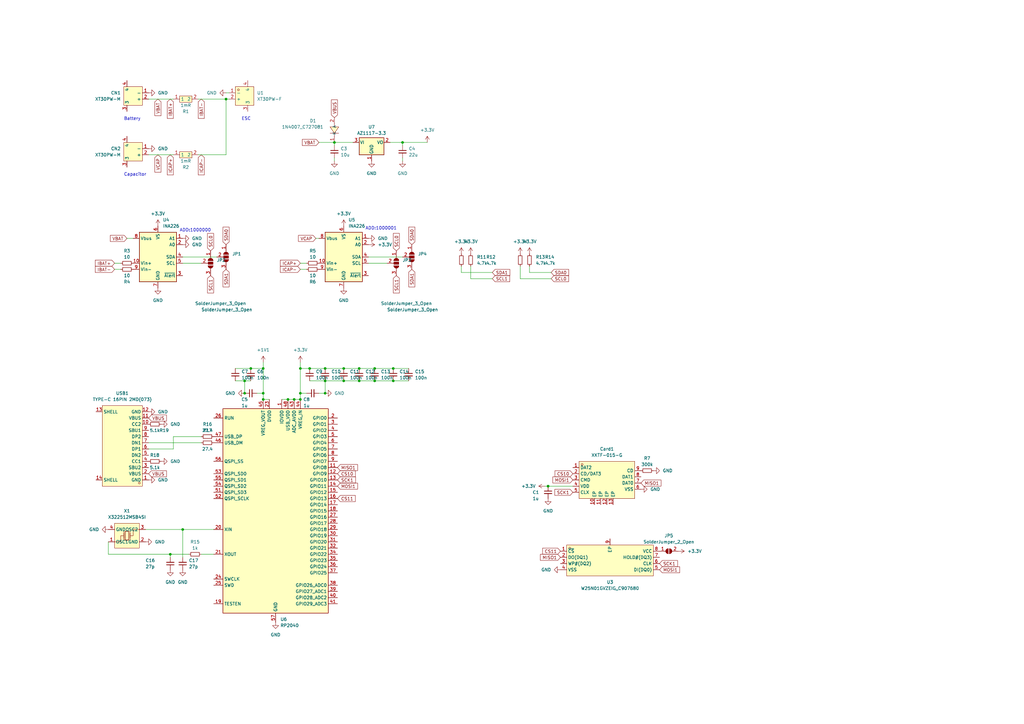
<source format=kicad_sch>
(kicad_sch (version 20230121) (generator eeschema)
  (paper "A3")
  (lib_symbols
    (symbol "Device:C_Small" (pin_numbers hide) (pin_names (offset 0.254) hide)
      (property "Reference" "C" (at 0.254 1.778 0))
      (property "Value" "C_Small" (at 0.254 -2.032 0))
      (symbol "C_Small_0_1"
        (polyline (pts (xy -1.524 -0.508) (xy 1.524 -0.508)) (stroke (width 0.3302)))
        (polyline (pts (xy -1.524 0.508) (xy 1.524 0.508)) (stroke (width 0.3048)))
      )
      (symbol "C_Small_1_1"
        (pin passive line (at 0 2.54 270) (length 2.032) (name "~") (number "1"))
        (pin passive line (at 0 -2.54 90) (length 2.032) (name "~") (number "2"))
      )
    )
    (symbol "Device:R_Small" (pin_numbers hide) (pin_names (offset 0.254) hide)
      (property "Reference" "R" (at 0.762 0.508 0))
      (property "Value" "R_Small" (at 0.762 -1.016 0))
      (symbol "R_Small_0_1"
        (rectangle (start -0.762 1.778) (end 0.762 -1.778) (stroke (width 0.2032)))
      )
      (symbol "R_Small_1_1"
        (pin passive line (at 0 2.54 270) (length 0.762) (name "~") (number "1"))
        (pin passive line (at 0 -2.54 90) (length 0.762) (name "~") (number "2"))
      )
    )
    (symbol "Jumper:SolderJumper_2_Open" (pin_names (offset 0) hide)
      (property "Reference" "JP" (at 0 2.032 0))
      (property "Value" "SolderJumper_2_Open" (at 0 -2.54 0))
      (symbol "SolderJumper_2_Open_0_1"
        (arc (start -0.254 1.016) (mid -1.2656 0) (end -0.254 -1.016))
        (arc (start -0.254 1.016) (mid -1.2656 0) (end -0.254 -1.016) (fill (type outline)))
        (polyline (pts (xy -0.254 1.016) (xy -0.254 -1.016)))
        (polyline (pts (xy 0.254 1.016) (xy 0.254 -1.016)))
        (arc (start 0.254 -1.016) (mid 1.2656 0) (end 0.254 1.016))
        (arc (start 0.254 -1.016) (mid 1.2656 0) (end 0.254 1.016) (fill (type outline)))
      )
      (symbol "SolderJumper_2_Open_1_1"
        (pin passive line (at -3.81 0 0) (length 2.54) (name "A") (number "1"))
        (pin passive line (at 3.81 0 180) (length 2.54) (name "B") (number "2"))
      )
    )
    (symbol "Jumper:SolderJumper_3_Open" (pin_names (offset 0) hide)
      (property "Reference" "JP" (at -2.54 -2.54 0))
      (property "Value" "SolderJumper_3_Open" (at 0 2.794 0))
      (symbol "SolderJumper_3_Open_0_1"
        (arc (start -1.016 1.016) (mid -2.0276 0) (end -1.016 -1.016))
        (arc (start -1.016 1.016) (mid -2.0276 0) (end -1.016 -1.016) (fill (type outline)))
        (rectangle (start -0.508 1.016) (end 0.508 -1.016) (fill (type outline)))
        (polyline (pts (xy -2.54 0) (xy -2.032 0)))
        (polyline (pts (xy -1.016 1.016) (xy -1.016 -1.016)))
        (polyline (pts (xy 0 -1.27) (xy 0 -1.016)))
        (polyline (pts (xy 1.016 1.016) (xy 1.016 -1.016)))
        (polyline (pts (xy 2.54 0) (xy 2.032 0)))
        (arc (start 1.016 -1.016) (mid 2.0276 0) (end 1.016 1.016))
        (arc (start 1.016 -1.016) (mid 2.0276 0) (end 1.016 1.016) (fill (type outline)))
      )
      (symbol "SolderJumper_3_Open_1_1"
        (pin passive line (at -5.08 0 0) (length 2.54) (name "A") (number "1"))
        (pin passive line (at 0 -3.81 90) (length 2.54) (name "C") (number "2"))
        (pin passive line (at 5.08 0 180) (length 2.54) (name "B") (number "3"))
      )
    )
    (symbol "MCU_RaspberryPi:RP2040"
      (property "Reference" "U" (at 17.78 45.72 0))
      (property "Value" "RP2040" (at 17.78 43.18 0))
      (symbol "RP2040_0_1"
        (rectangle (start -21.59 41.91) (end 21.59 -41.91) (stroke (width 0.254)) (fill (type background)))
      )
      (symbol "RP2040_1_1"
        (pin power_in line (at 2.54 45.72 270) (length 3.81) (name "IOVDD") (number "1"))
        (pin passive line (at 2.54 45.72 270) (length 3.81) hide (name "IOVDD") (number "10"))
        (pin bidirectional line (at 25.4 17.78 180) (length 3.81) (name "GPIO8") (number "11"))
        (pin bidirectional line (at 25.4 15.24 180) (length 3.81) (name "GPIO9") (number "12"))
        (pin bidirectional line (at 25.4 12.7 180) (length 3.81) (name "GPIO10") (number "13"))
        (pin bidirectional line (at 25.4 10.16 180) (length 3.81) (name "GPIO11") (number "14"))
        (pin bidirectional line (at 25.4 7.62 180) (length 3.81) (name "GPIO12") (number "15"))
        (pin bidirectional line (at 25.4 5.08 180) (length 3.81) (name "GPIO13") (number "16"))
        (pin bidirectional line (at 25.4 2.54 180) (length 3.81) (name "GPIO14") (number "17"))
        (pin bidirectional line (at 25.4 0 180) (length 3.81) (name "GPIO15") (number "18"))
        (pin input line (at -25.4 -38.1 0) (length 3.81) (name "TESTEN") (number "19"))
        (pin bidirectional line (at 25.4 38.1 180) (length 3.81) (name "GPIO0") (number "2"))
        (pin input line (at -25.4 -7.62 0) (length 3.81) (name "XIN") (number "20"))
        (pin passive line (at -25.4 -17.78 0) (length 3.81) (name "XOUT") (number "21"))
        (pin passive line (at 2.54 45.72 270) (length 3.81) hide (name "IOVDD") (number "22"))
        (pin power_in line (at -2.54 45.72 270) (length 3.81) (name "DVDD") (number "23"))
        (pin input line (at -25.4 -27.94 0) (length 3.81) (name "SWCLK") (number "24"))
        (pin bidirectional line (at -25.4 -30.48 0) (length 3.81) (name "SWD") (number "25"))
        (pin input line (at -25.4 38.1 0) (length 3.81) (name "RUN") (number "26"))
        (pin bidirectional line (at 25.4 -2.54 180) (length 3.81) (name "GPIO16") (number "27"))
        (pin bidirectional line (at 25.4 -5.08 180) (length 3.81) (name "GPIO17") (number "28"))
        (pin bidirectional line (at 25.4 -7.62 180) (length 3.81) (name "GPIO18") (number "29"))
        (pin bidirectional line (at 25.4 35.56 180) (length 3.81) (name "GPIO1") (number "3"))
        (pin bidirectional line (at 25.4 -10.16 180) (length 3.81) (name "GPIO19") (number "30"))
        (pin bidirectional line (at 25.4 -12.7 180) (length 3.81) (name "GPIO20") (number "31"))
        (pin bidirectional line (at 25.4 -15.24 180) (length 3.81) (name "GPIO21") (number "32"))
        (pin passive line (at 2.54 45.72 270) (length 3.81) hide (name "IOVDD") (number "33"))
        (pin bidirectional line (at 25.4 -17.78 180) (length 3.81) (name "GPIO22") (number "34"))
        (pin bidirectional line (at 25.4 -20.32 180) (length 3.81) (name "GPIO23") (number "35"))
        (pin bidirectional line (at 25.4 -22.86 180) (length 3.81) (name "GPIO24") (number "36"))
        (pin bidirectional line (at 25.4 -25.4 180) (length 3.81) (name "GPIO25") (number "37"))
        (pin bidirectional line (at 25.4 -30.48 180) (length 3.81) (name "GPIO26_ADC0") (number "38"))
        (pin bidirectional line (at 25.4 -33.02 180) (length 3.81) (name "GPIO27_ADC1") (number "39"))
        (pin bidirectional line (at 25.4 33.02 180) (length 3.81) (name "GPIO2") (number "4"))
        (pin bidirectional line (at 25.4 -35.56 180) (length 3.81) (name "GPIO28_ADC2") (number "40"))
        (pin bidirectional line (at 25.4 -38.1 180) (length 3.81) (name "GPIO29_ADC3") (number "41"))
        (pin passive line (at 2.54 45.72 270) (length 3.81) hide (name "IOVDD") (number "42"))
        (pin power_in line (at 7.62 45.72 270) (length 3.81) (name "ADC_AVDD") (number "43"))
        (pin power_in line (at 10.16 45.72 270) (length 3.81) (name "VREG_IN") (number "44"))
        (pin power_out line (at -5.08 45.72 270) (length 3.81) (name "VREG_VOUT") (number "45"))
        (pin bidirectional line (at -25.4 27.94 0) (length 3.81) (name "USB_DM") (number "46"))
        (pin bidirectional line (at -25.4 30.48 0) (length 3.81) (name "USB_DP") (number "47"))
        (pin power_in line (at 5.08 45.72 270) (length 3.81) (name "USB_VDD") (number "48"))
        (pin passive line (at 2.54 45.72 270) (length 3.81) hide (name "IOVDD") (number "49"))
        (pin bidirectional line (at 25.4 30.48 180) (length 3.81) (name "GPIO3") (number "5"))
        (pin passive line (at -2.54 45.72 270) (length 3.81) hide (name "DVDD") (number "50"))
        (pin bidirectional line (at -25.4 7.62 0) (length 3.81) (name "QSPI_SD3") (number "51"))
        (pin output line (at -25.4 5.08 0) (length 3.81) (name "QSPI_SCLK") (number "52"))
        (pin bidirectional line (at -25.4 15.24 0) (length 3.81) (name "QSPI_SD0") (number "53"))
        (pin bidirectional line (at -25.4 10.16 0) (length 3.81) (name "QSPI_SD2") (number "54"))
        (pin bidirectional line (at -25.4 12.7 0) (length 3.81) (name "QSPI_SD1") (number "55"))
        (pin bidirectional line (at -25.4 20.32 0) (length 3.81) (name "QSPI_SS") (number "56"))
        (pin power_in line (at 0 -45.72 90) (length 3.81) (name "GND") (number "57"))
        (pin bidirectional line (at 25.4 27.94 180) (length 3.81) (name "GPIO4") (number "6"))
        (pin bidirectional line (at 25.4 25.4 180) (length 3.81) (name "GPIO5") (number "7"))
        (pin bidirectional line (at 25.4 22.86 180) (length 3.81) (name "GPIO6") (number "8"))
        (pin bidirectional line (at 25.4 20.32 180) (length 3.81) (name "GPIO7") (number "9"))
      )
    )
    (symbol "Regulator_Linear:AZ1117-3.3" (pin_names (offset 0.254))
      (property "Reference" "U" (at -3.81 3.175 0))
      (property "Value" "AZ1117-3.3" (at 0 3.175 0))
      (symbol "AZ1117-3.3_0_1"
        (rectangle (start -5.08 1.905) (end 5.08 -5.08) (stroke (width 0.254)) (fill (type background)))
      )
      (symbol "AZ1117-3.3_1_1"
        (pin power_in line (at 0 -7.62 90) (length 2.54) (name "GND") (number "1"))
        (pin power_out line (at 7.62 0 180) (length 2.54) (name "VO") (number "2"))
        (pin power_in line (at -7.62 0 0) (length 2.54) (name "VI") (number "3"))
      )
    )
    (symbol "Sensor_Energy:INA226"
      (property "Reference" "U" (at -6.35 11.43 0))
      (property "Value" "INA226" (at 3.81 11.43 0))
      (symbol "INA226_0_1"
        (rectangle (start 7.62 10.16) (end -7.62 -10.16) (stroke (width 0.254)) (fill (type background)))
      )
      (symbol "INA226_1_1"
        (pin input line (at 10.16 7.62 180) (length 2.54) (name "A1") (number "1"))
        (pin input line (at -10.16 -2.54 0) (length 2.54) (name "Vin+") (number "10"))
        (pin input line (at 10.16 5.08 180) (length 2.54) (name "A0") (number "2"))
        (pin open_collector line (at 10.16 -7.62 180) (length 2.54) (name "~{Alert}") (number "3"))
        (pin bidirectional line (at 10.16 0 180) (length 2.54) (name "SDA") (number "4"))
        (pin input line (at 10.16 -2.54 180) (length 2.54) (name "SCL") (number "5"))
        (pin power_in line (at 0 12.7 270) (length 2.54) (name "VS") (number "6"))
        (pin power_in line (at 0 -12.7 90) (length 2.54) (name "GND") (number "7"))
        (pin input line (at -10.16 7.62 0) (length 2.54) (name "Vbus") (number "8"))
        (pin input line (at -10.16 -5.08 0) (length 2.54) (name "Vin-") (number "9"))
      )
    )
    (symbol "easyeda2kicad:1N4007_C727081"
      (property "Reference" "D" (at 0 5.08 0))
      (property "Value" "1N4007_C727081" (at 0 -5.08 0))
      (symbol "1N4007_C727081_0_1"
        (polyline (pts (xy -1.27 0) (xy -2.54 0)))
        (polyline (pts (xy -1.27 1.78) (xy -1.27 -1.78)))
        (polyline (pts (xy 2.54 0) (xy 1.27 0)))
        (polyline (pts (xy 1.27 1.78) (xy -1.27 0) (xy 1.27 -1.78) (xy 1.27 1.78)) (fill (type background)))
        (pin unspecified line (at -5.08 0 0) (length 2.54) (name "K") (number "1"))
        (pin unspecified line (at 5.08 0 180) (length 2.54) (name "A") (number "2"))
      )
    )
    (symbol "easyeda2kicad:SEWF3920F1L00P9"
      (property "Reference" "R" (at 0 5.08 0))
      (property "Value" "SEWF3920F1L00P9" (at 0 -5.08 0))
      (symbol "SEWF3920F1L00P9_0_1"
        (rectangle (start -2.54 1.27) (end 2.54 -1.27) (fill (type background)))
        (pin unspecified line (at -5.08 0 0) (length 2.54) (name "1") (number "1"))
        (pin unspecified line (at 5.08 0 180) (length 2.54) (name "2") (number "2"))
      )
    )
    (symbol "easyeda2kicad:TYPE-C16PIN2MD(073)"
      (property "Reference" "USB" (at 0 19.05 0))
      (property "Value" "TYPE-C 16PIN 2MD(073)" (at 0 -19.05 0))
      (symbol "TYPE-C16PIN2MD(073)_0_1"
        (rectangle (start -8.89 16.51) (end 7.62 -16.51) (fill (type background)))
        (circle (center -7.62 15.24) (radius 0.38))
        (pin unspecified line (at -11.43 13.97 0) (length 2.54) (name "GND") (number "1"))
        (pin unspecified line (at -11.43 -8.89 0) (length 2.54) (name "CC2") (number "10"))
        (pin unspecified line (at -11.43 -11.43 0) (length 2.54) (name "VBUS") (number "11"))
        (pin unspecified line (at -11.43 -13.97 0) (length 2.54) (name "GND") (number "12"))
        (pin unspecified line (at 10.16 -13.97 180) (length 2.54) (name "SHELL") (number "13"))
        (pin unspecified line (at 10.16 13.97 180) (length 2.54) (name "SHELL") (number "14"))
        (pin unspecified line (at -11.43 11.43 0) (length 2.54) (name "VBUS") (number "2"))
        (pin unspecified line (at -11.43 8.89 0) (length 2.54) (name "SBU2") (number "3"))
        (pin unspecified line (at -11.43 6.35 0) (length 2.54) (name "CC1") (number "4"))
        (pin unspecified line (at -11.43 3.81 0) (length 2.54) (name "DN2") (number "5"))
        (pin unspecified line (at -11.43 1.27 0) (length 2.54) (name "DP1") (number "6"))
        (pin unspecified line (at -11.43 -1.27 0) (length 2.54) (name "DN1") (number "7"))
        (pin unspecified line (at -11.43 -3.81 0) (length 2.54) (name "DP2") (number "8"))
        (pin unspecified line (at -11.43 -6.35 0) (length 2.54) (name "SBU1") (number "9"))
      )
    )
    (symbol "easyeda2kicad:W25N01GVZEIG_C907680"
      (property "Reference" "U" (at 0 13.97 0))
      (property "Value" "W25N01GVZEIG_C907680" (at 0 -8.89 0))
      (symbol "W25N01GVZEIG_C907680_0_1"
        (rectangle (start -17.78 6.35) (end 17.78 -6.35) (fill (type background)))
        (circle (center -16.51 5.08) (radius 0.38))
        (pin unspecified line (at -20.32 3.81 0) (length 2.54) (name "~{CS}") (number "1"))
        (pin unspecified line (at -20.32 1.27 0) (length 2.54) (name "DO(DQ1)") (number "2"))
        (pin unspecified line (at -20.32 -1.27 0) (length 2.54) (name "WP#(DQ2)") (number "3"))
        (pin unspecified line (at -20.32 -3.81 0) (length 2.54) (name "VSS") (number "4"))
        (pin unspecified line (at 20.32 -3.81 180) (length 2.54) (name "DI(DQ0)") (number "5"))
        (pin unspecified line (at 20.32 -1.27 180) (length 2.54) (name "CLK") (number "6"))
        (pin unspecified line (at 20.32 1.27 180) (length 2.54) (name "HOLD#(DQ3)") (number "7"))
        (pin unspecified line (at 20.32 3.81 180) (length 2.54) (name "VCC") (number "8"))
        (pin unspecified line (at 0 8.89 270) (length 2.54) (name "EP") (number "9"))
      )
    )
    (symbol "easyeda2kicad:X322512MSB4SI"
      (property "Reference" "X" (at 0 7.62 0))
      (property "Value" "X322512MSB4SI" (at 0 -7.62 0))
      (symbol "X322512MSB4SI_0_1"
        (rectangle (start -5.08 5.08) (end 5.08 -5.08) (fill (type background)))
        (polyline (pts (xy -1.27 -1.78) (xy -1.27 1.78)))
        (polyline (pts (xy -1.27 -1.02) (xy -1.27 1.02)))
        (polyline (pts (xy 0.76 -1.78) (xy -0.76 -1.78)))
        (polyline (pts (xy 1.27 -1.78) (xy 1.27 1.78)))
        (polyline (pts (xy 1.27 -1.02) (xy 1.27 1.02)))
        (polyline (pts (xy -5.08 -2.54) (xy -2.54 -2.54) (xy -2.54 0) (xy -1.52 0)))
        (polyline (pts (xy -0.76 -1.78) (xy -0.76 1.78) (xy 0.76 1.78) (xy 0.76 -1.78)))
        (polyline (pts (xy 5.08 2.54) (xy 2.54 2.54) (xy 2.54 0) (xy 1.52 0)))
        (polyline (pts (xy 0.76 1.78) (xy 0.76 -1.78) (xy -0.76 -1.78) (xy -0.76 1.78) (xy 0.76 1.78)) (fill (type background)))
        (pin unspecified line (at -7.62 -2.54 0) (length 2.54) (name "OSC1") (number "1"))
        (pin unspecified line (at 7.62 -2.54 180) (length 2.54) (name "GND") (number "2"))
        (pin unspecified line (at 7.62 2.54 180) (length 2.54) (name "OSC2") (number "3"))
        (pin unspecified line (at -7.62 2.54 0) (length 2.54) (name "GND") (number "4"))
      )
    )
    (symbol "easyeda2kicad:XKTF-015-G"
      (property "Reference" "Card" (at 0 12.7 0))
      (property "Value" "XKTF-015-G" (at 0 -12.7 0))
      (symbol "XKTF-015-G_0_1"
        (rectangle (start -11.43 10.16) (end 11.43 -5.08) (fill (type background)))
        (circle (center -10.16 8.89) (radius 0.38))
        (pin unspecified line (at -13.97 7.62 0) (length 2.54) (name "DAT2") (number "1"))
        (pin unspecified line (at -5.08 -7.62 90) (length 2.54) (name "EP") (number "10"))
        (pin unspecified line (at -2.54 -7.62 90) (length 2.54) (name "EP") (number "11"))
        (pin unspecified line (at 0 -7.62 90) (length 2.54) (name "EP") (number "12"))
        (pin unspecified line (at 2.54 -7.62 90) (length 2.54) (name "EP") (number "13"))
        (pin unspecified line (at -13.97 5.08 0) (length 2.54) (name "CD/DAT3") (number "2"))
        (pin unspecified line (at -13.97 2.54 0) (length 2.54) (name "CMD") (number "3"))
        (pin unspecified line (at -13.97 0 0) (length 2.54) (name "VDD") (number "4"))
        (pin unspecified line (at -13.97 -2.54 0) (length 2.54) (name "CLX") (number "5"))
        (pin unspecified line (at 13.97 -1.27 180) (length 2.54) (name "VSS") (number "6"))
        (pin unspecified line (at 13.97 1.27 180) (length 2.54) (name "DAT0") (number "7"))
        (pin unspecified line (at 13.97 3.81 180) (length 2.54) (name "DAT1") (number "8"))
        (pin unspecified line (at 13.97 6.35 180) (length 2.54) (name "CD") (number "9"))
      )
    )
    (symbol "easyeda2kicad:XT30PW-F"
      (property "Reference" "U1" (at 6.35 1.27 0))
      (property "Value" "XT30PW-F" (at 6.35 -1.27 0))
      (symbol "XT30PW-F_0_1"
        (rectangle (start -2.54 3.81) (end 5.08 -3.81) (fill (type background)))
        (circle (center -1.27 2.54) (radius 0.38))
        (pin unspecified line (at 2.54 -6.35 90) (length 2.54) (name "3") (number "3"))
        (pin unspecified line (at 2.54 6.35 270) (length 2.54) (name "4") (number "4"))
      )
      (symbol "XT30PW-F_1_1"
        (pin unspecified line (at -5.08 1.27 0) (length 2.54) (name "-") (number "1"))
        (pin unspecified line (at -5.08 -1.27 0) (length 2.54) (name "+") (number "2"))
      )
    )
    (symbol "easyeda2kicad:XT30PW-M"
      (property "Reference" "CN1" (at -1.27 -6.35 90))
      (property "Value" "XT30PW-M" (at 1.27 -6.35 90))
      (symbol "XT30PW-M_0_1"
        (rectangle (start -3.81 2.54) (end 3.81 -5.08) (fill (type background)))
        (pin unspecified line (at 6.35 -3.81 180) (length 2.54) (name "3") (number "3"))
        (pin unspecified line (at -6.35 -3.81 0) (length 2.54) (name "4") (number "4"))
      )
      (symbol "XT30PW-M_1_1"
        (pin unspecified line (at -1.27 5.08 270) (length 2.54) (name "-") (number "1"))
        (pin unspecified line (at 1.27 5.08 270) (length 2.54) (name "+") (number "2"))
      )
    )
    (symbol "power:+1V1" (power) (pin_names (offset 0))
      (property "Value" "+1V1" (at 0 3.556 0))
      (symbol "+1V1_0_1"
        (polyline (pts (xy -0.762 1.27) (xy 0 2.54)))
        (polyline (pts (xy 0 0) (xy 0 2.54)))
        (polyline (pts (xy 0 2.54) (xy 0.762 1.27)))
      )
      (symbol "+1V1_1_1"
        (pin power_in line (at 0 0 90) (length 0) hide (name "+1V1") (number "1"))
      )
    )
    (symbol "power:+3.3V" (power) (pin_names (offset 0))
      (property "Value" "+3.3V" (at 0 3.556 0))
      (symbol "+3.3V_0_1"
        (polyline (pts (xy -0.762 1.27) (xy 0 2.54)))
        (polyline (pts (xy 0 0) (xy 0 2.54)))
        (polyline (pts (xy 0 2.54) (xy 0.762 1.27)))
      )
      (symbol "+3.3V_1_1"
        (pin power_in line (at 0 0 90) (length 0) hide (name "+3.3V") (number "1"))
      )
    )
    (symbol "power:GND" (power) (pin_names (offset 0))
      (property "Value" "GND" (at 0 -3.81 0))
      (symbol "GND_0_1"
        (polyline (pts (xy 0 0) (xy 0 -1.27) (xy 1.27 -1.27) (xy 0 -2.54) (xy -1.27 -1.27) (xy 0 -1.27)))
      )
      (symbol "GND_1_1"
        (pin power_in line (at 0 0 270) (length 0) hide (name "GND") (number "1"))
      )
    )
  )
  (junction (at 140.97 151.13))
  (junction (at 137.16 58.42))
  (junction (at 100.33 156.21))
  (junction (at 107.95 161.29))
  (junction (at 161.29 151.13))
  (junction (at 123.19 151.13))
  (junction (at 123.19 163.83))
  (junction (at 147.32 151.13))
  (junction (at 92.71 40.64))
  (junction (at 100.33 161.29))
  (junction (at 161.29 156.21))
  (junction (at 140.97 156.21))
  (junction (at 123.19 161.29))
  (junction (at 107.95 151.13))
  (junction (at 102.87 151.13))
  (junction (at 224.79 199.39))
  (junction (at 133.35 151.13))
  (junction (at 74.93 217.17))
  (junction (at 153.67 156.21))
  (junction (at 133.35 156.21))
  (junction (at 147.32 156.21))
  (junction (at 127 151.13))
  (junction (at 133.35 161.29))
  (junction (at 165.1 58.42))
  (junction (at 118.11 163.83))
  (junction (at 107.95 163.83))
  (junction (at 120.65 163.83))
  (junction (at 69.85 227.33))
  (junction (at 153.67 151.13))
  (wire (pts (xy 153.67 151.13) (xy 161.29 151.13)))
  (wire (pts (xy 107.95 161.29) (xy 107.95 163.83)))
  (wire (pts (xy 133.35 151.13) (xy 140.97 151.13)))
  (wire (pts (xy 123.19 110.49) (xy 125.73 110.49)))
  (wire (pts (xy 137.16 64.77) (xy 137.16 66.04)))
  (wire (pts (xy 74.93 217.17) (xy 87.63 217.17)))
  (wire (pts (xy 92.71 63.5) (xy 92.71 40.64)))
  (wire (pts (xy 44.45 227.33) (xy 44.45 222.25)))
  (wire (pts (xy 96.52 151.13) (xy 102.87 151.13)))
  (wire (pts (xy 137.16 59.69) (xy 137.16 58.42)))
  (wire (pts (xy 74.93 217.17) (xy 74.93 228.6)))
  (wire (pts (xy 69.85 227.33) (xy 44.45 227.33)))
  (wire (pts (xy 71.12 184.15) (xy 71.12 179.07)))
  (wire (pts (xy 129.54 97.79) (xy 130.81 97.79)))
  (wire (pts (xy 123.19 161.29) (xy 123.19 163.83)))
  (wire (pts (xy 71.12 63.5) (xy 60.96 63.5)))
  (wire (pts (xy 81.28 40.64) (xy 92.71 40.64)))
  (wire (pts (xy 151.13 107.95) (xy 158.75 107.95)))
  (wire (pts (xy 125.73 161.29) (xy 123.19 161.29)))
  (wire (pts (xy 217.17 111.76) (xy 217.17 109.22)))
  (wire (pts (xy 130.81 58.42) (xy 137.16 58.42)))
  (wire (pts (xy 107.95 163.83) (xy 110.49 163.83)))
  (wire (pts (xy 82.55 227.33) (xy 87.63 227.33)))
  (wire (pts (xy 69.85 228.6) (xy 69.85 227.33)))
  (wire (pts (xy 223.52 199.39) (xy 224.79 199.39)))
  (wire (pts (xy 147.32 156.21) (xy 153.67 156.21)))
  (wire (pts (xy 193.04 109.22) (xy 193.04 114.3)))
  (wire (pts (xy 189.23 111.76) (xy 201.93 111.76)))
  (wire (pts (xy 140.97 151.13) (xy 147.32 151.13)))
  (wire (pts (xy 93.98 40.64) (xy 92.71 40.64)))
  (wire (pts (xy 46.99 110.49) (xy 49.53 110.49)))
  (wire (pts (xy 81.28 63.5) (xy 92.71 63.5)))
  (wire (pts (xy 193.04 114.3) (xy 201.93 114.3)))
  (wire (pts (xy 77.47 227.33) (xy 69.85 227.33)))
  (wire (pts (xy 123.19 163.83) (xy 120.65 163.83)))
  (wire (pts (xy 60.96 184.15) (xy 71.12 184.15)))
  (wire (pts (xy 102.87 151.13) (xy 107.95 151.13)))
  (wire (pts (xy 123.19 151.13) (xy 123.19 161.29)))
  (wire (pts (xy 59.69 217.17) (xy 74.93 217.17)))
  (wire (pts (xy 71.12 179.07) (xy 82.55 179.07)))
  (wire (pts (xy 127 151.13) (xy 133.35 151.13)))
  (wire (pts (xy 123.19 107.95) (xy 125.73 107.95)))
  (wire (pts (xy 153.67 156.21) (xy 161.29 156.21)))
  (wire (pts (xy 147.32 151.13) (xy 153.67 151.13)))
  (wire (pts (xy 74.93 107.95) (xy 82.55 107.95)))
  (wire (pts (xy 100.33 156.21) (xy 100.33 161.29)))
  (wire (pts (xy 226.06 111.76) (xy 217.17 111.76)))
  (wire (pts (xy 93.98 38.1) (xy 92.71 38.1)))
  (wire (pts (xy 88.9 105.41) (xy 74.93 105.41)))
  (wire (pts (xy 140.97 156.21) (xy 147.32 156.21)))
  (wire (pts (xy 118.11 163.83) (xy 115.57 163.83)))
  (wire (pts (xy 60.96 181.61) (xy 82.55 181.61)))
  (wire (pts (xy 133.35 156.21) (xy 140.97 156.21)))
  (wire (pts (xy 123.19 151.13) (xy 127 151.13)))
  (wire (pts (xy 224.79 199.39) (xy 234.95 199.39)))
  (wire (pts (xy 130.81 161.29) (xy 133.35 161.29)))
  (wire (pts (xy 107.95 148.59) (xy 107.95 151.13)))
  (wire (pts (xy 161.29 151.13) (xy 167.64 151.13)))
  (wire (pts (xy 105.41 161.29) (xy 107.95 161.29)))
  (wire (pts (xy 123.19 148.59) (xy 123.19 151.13)))
  (wire (pts (xy 120.65 163.83) (xy 118.11 163.83)))
  (wire (pts (xy 161.29 156.21) (xy 167.64 156.21)))
  (wire (pts (xy 165.1 58.42) (xy 175.26 58.42)))
  (wire (pts (xy 102.87 156.21) (xy 100.33 156.21)))
  (wire (pts (xy 46.99 107.95) (xy 49.53 107.95)))
  (wire (pts (xy 165.1 64.77) (xy 165.1 66.04)))
  (wire (pts (xy 107.95 151.13) (xy 107.95 161.29)))
  (wire (pts (xy 226.06 114.3) (xy 213.36 114.3)))
  (wire (pts (xy 213.36 109.22) (xy 213.36 114.3)))
  (wire (pts (xy 165.1 105.41) (xy 151.13 105.41)))
  (wire (pts (xy 189.23 109.22) (xy 189.23 111.76)))
  (wire (pts (xy 96.52 156.21) (xy 100.33 156.21)))
  (wire (pts (xy 160.02 58.42) (xy 165.1 58.42)))
  (wire (pts (xy 71.12 40.64) (xy 60.96 40.64)))
  (wire (pts (xy 127 156.21) (xy 133.35 156.21)))
  (wire (pts (xy 137.16 58.42) (xy 144.78 58.42)))
  (wire (pts (xy 52.07 97.79) (xy 54.61 97.79)))
  (wire (pts (xy 133.35 161.29) (xy 133.35 156.21)))
  (wire (pts (xy 165.1 59.69) (xy 165.1 58.42)))
  (text "ADD:1000001\n\n" (at 149.86 96.52 0) (effects (font (size 1.27 1.27)) (justify left bottom)))
  (text "ESC\n" (at 99.06 49.53 0) (effects (font (size 1.27 1.27)) (justify left bottom)))
  (text "ADD:1000000\n" (at 73.66 95.25 0) (effects (font (size 1.27 1.27)) (justify left bottom)))
  (text "Battery\n" (at 50.8 49.53 0) (effects (font (size 1.27 1.27)) (justify left bottom)))
  (text "Capacitor\n" (at 50.8 72.39 0) (effects (font (size 1.27 1.27)) (justify left bottom)))
  (global_label "CS10" (shape input) (at 234.95 194.31 180) (property "Intersheetrefs" "${INTERSHEET_REFS}" (effects hide)))
  (global_label "SDA0" (shape input) (at 168.91 100.33 90) (property "Intersheetrefs" "${INTERSHEET_REFS}" (effects hide)))
  (global_label "SCL1" (shape input) (at 86.36 113.03 270) (property "Intersheetrefs" "${INTERSHEET_REFS}" (effects hide)))
  (global_label "SCK1" (shape input) (at 138.43 196.85 0) (property "Intersheetrefs" "${INTERSHEET_REFS}" (effects hide)))
  (global_label "SCL0" (shape input) (at 162.56 102.87 90) (property "Intersheetrefs" "${INTERSHEET_REFS}" (effects hide)))
  (global_label "MISO1" (shape input) (at 138.43 191.77 0) (property "Intersheetrefs" "${INTERSHEET_REFS}" (effects hide)))
  (global_label "IBAT-" (shape input) (at 46.99 110.49 180) (property "Intersheetrefs" "${INTERSHEET_REFS}" (effects hide)))
  (global_label "ICAP+" (shape input) (at 123.19 107.95 180) (property "Intersheetrefs" "${INTERSHEET_REFS}" (effects hide)))
  (global_label "VBAT" (shape input) (at 130.81 58.42 180) (property "Intersheetrefs" "${INTERSHEET_REFS}" (effects hide)))
  (global_label "SCL0" (shape input) (at 86.36 102.87 90) (property "Intersheetrefs" "${INTERSHEET_REFS}" (effects hide)))
  (global_label "CS11" (shape input) (at 138.43 204.47 0) (property "Intersheetrefs" "${INTERSHEET_REFS}" (effects hide)))
  (global_label "IBAT+" (shape input) (at 46.99 107.95 180) (property "Intersheetrefs" "${INTERSHEET_REFS}" (effects hide)))
  (global_label "CS11" (shape input) (at 229.87 226.06 180) (property "Intersheetrefs" "${INTERSHEET_REFS}" (effects hide)))
  (global_label "ICAP-" (shape input) (at 82.55 63.5 270) (property "Intersheetrefs" "${INTERSHEET_REFS}" (effects hide)))
  (global_label "SCK1" (shape input) (at 270.51 231.14 0) (property "Intersheetrefs" "${INTERSHEET_REFS}" (effects hide)))
  (global_label "SCL1" (shape input) (at 162.56 113.03 270) (property "Intersheetrefs" "${INTERSHEET_REFS}" (effects hide)))
  (global_label "VCAP" (shape input) (at 64.77 63.5 270) (property "Intersheetrefs" "${INTERSHEET_REFS}" (effects hide)))
  (global_label "SDA0" (shape input) (at 92.71 100.33 90) (property "Intersheetrefs" "${INTERSHEET_REFS}" (effects hide)))
  (global_label "VBUS" (shape input) (at 137.16 48.26 90) (property "Intersheetrefs" "${INTERSHEET_REFS}" (effects hide)))
  (global_label "SDA1" (shape input) (at 168.91 110.49 270) (property "Intersheetrefs" "${INTERSHEET_REFS}" (effects hide)))
  (global_label "MOSI1" (shape input) (at 270.51 233.68 0) (property "Intersheetrefs" "${INTERSHEET_REFS}" (effects hide)))
  (global_label "SCL0" (shape input) (at 226.06 114.3 0) (property "Intersheetrefs" "${INTERSHEET_REFS}" (effects hide)))
  (global_label "ICAP+" (shape input) (at 69.85 63.5 270) (property "Intersheetrefs" "${INTERSHEET_REFS}" (effects hide)))
  (global_label "MISO1" (shape input) (at 229.87 228.6 180) (property "Intersheetrefs" "${INTERSHEET_REFS}" (effects hide)))
  (global_label "MISO1" (shape input) (at 262.89 198.12 0) (property "Intersheetrefs" "${INTERSHEET_REFS}" (effects hide)))
  (global_label "VBAT" (shape input) (at 52.07 97.79 180) (property "Intersheetrefs" "${INTERSHEET_REFS}" (effects hide)))
  (global_label "IBAT+" (shape input) (at 69.85 40.64 270) (property "Intersheetrefs" "${INTERSHEET_REFS}" (effects hide)))
  (global_label "IBAT-" (shape input) (at 82.55 40.64 270) (property "Intersheetrefs" "${INTERSHEET_REFS}" (effects hide)))
  (global_label "ICAP-" (shape input) (at 123.19 110.49 180) (property "Intersheetrefs" "${INTERSHEET_REFS}" (effects hide)))
  (global_label "VCAP" (shape input) (at 129.54 97.79 180) (property "Intersheetrefs" "${INTERSHEET_REFS}" (effects hide)))
  (global_label "SCK1" (shape input) (at 234.95 201.93 180) (property "Intersheetrefs" "${INTERSHEET_REFS}" (effects hide)))
  (global_label "SCL1" (shape input) (at 201.93 114.3 0) (property "Intersheetrefs" "${INTERSHEET_REFS}" (effects hide)))
  (global_label "SDA1" (shape input) (at 92.71 110.49 270) (property "Intersheetrefs" "${INTERSHEET_REFS}" (effects hide)))
  (global_label "VBAT" (shape input) (at 64.77 40.64 270) (property "Intersheetrefs" "${INTERSHEET_REFS}" (effects hide)))
  (global_label "VBUS" (shape input) (at 60.96 194.31 0) (property "Intersheetrefs" "${INTERSHEET_REFS}" (effects hide)))
  (global_label "MOSI1" (shape input) (at 138.43 199.39 0) (property "Intersheetrefs" "${INTERSHEET_REFS}" (effects hide)))
  (global_label "MOSI1" (shape input) (at 234.95 196.85 180) (property "Intersheetrefs" "${INTERSHEET_REFS}" (effects hide)))
  (global_label "CS10" (shape input) (at 138.43 194.31 0) (property "Intersheetrefs" "${INTERSHEET_REFS}" (effects hide)))
  (global_label "SDA1" (shape input) (at 201.93 111.76 0) (property "Intersheetrefs" "${INTERSHEET_REFS}" (effects hide)))
  (global_label "SDA0" (shape input) (at 226.06 111.76 0) (property "Intersheetrefs" "${INTERSHEET_REFS}" (effects hide)))
  (global_label "VBUS" (shape input) (at 60.96 171.45 0) (property "Intersheetrefs" "${INTERSHEET_REFS}" (effects hide)))
  (symbol (lib_id "power:GND") (at 60.96 168.91 90) (unit 1)
    (property "Reference" "#PWR038" (effects hide))
    (property "Value" "GND" (at 64.77 168.91 90) (effects (justify right)))
  )
  (symbol (lib_id "Device:C_Small") (at 69.85 231.14 180) (unit 1)
    (property "Reference" "C16" (at 59.69 229.87 0) (effects (justify right)))
    (property "Value" "27p" (at 59.69 232.41 0) (effects (justify right)))
    (property "Footprint" "Capacitor_SMD:C_0603_1608Metric" (effects hide))
  )
  (symbol (lib_id "power:+3.3V") (at 213.36 104.14 0) (unit 1)
    (property "Reference" "#PWR024" (effects hide))
    (property "Value" "+3.3V" (at 213.36 99.06 0))
  )
  (symbol (lib_id "Device:C_Small") (at 137.16 62.23 0) (unit 1)
    (property "Reference" "C3" (at 139.7 60.9663 0) (effects (justify left)))
    (property "Value" "10u" (at 139.7 63.5063 0) (effects (justify left)))
    (property "Footprint" "Capacitor_SMD:C_0603_1608Metric" (effects hide))
  )
  (symbol (lib_id "power:GND") (at 74.93 97.79 90) (unit 1)
    (property "Reference" "#PWR016" (effects hide))
    (property "Value" "GND" (at 78.74 97.79 90) (effects (justify right)))
  )
  (symbol (lib_id "Device:C_Small") (at 153.67 153.67 0) (unit 1)
    (property "Reference" "C13" (at 156.21 152.4063 0) (effects (justify left)))
    (property "Value" "100n" (at 156.21 154.9463 0) (effects (justify left)))
    (property "Footprint" "Capacitor_SMD:C_0603_1608Metric" (effects hide))
  )
  (symbol (lib_id "Device:R_Small") (at 85.09 181.61 90) (unit 1)
    (property "Reference" "R17" (at 85.09 176.53 90))
    (property "Value" "27.4" (at 85.09 184.15 90))
    (property "Footprint" "Resistor_SMD:R_0603_1608Metric" (effects hide))
  )
  (symbol (lib_id "power:GND") (at 224.79 204.47 0) (unit 1)
    (property "Reference" "#PWR05" (effects hide))
    (property "Value" "GND" (at 224.79 209.55 0))
  )
  (symbol (lib_id "easyeda2kicad:1N4007_C727081") (at 137.16 53.34 90) (unit 1)
    (property "Reference" "D1" (at 127 49.53 90) (effects (justify right)))
    (property "Value" "1N4007_C727081" (at 115.57 52.07 90) (effects (justify right)))
    (property "Footprint" "easyeda2kicad:SMA_L4.3-W2.5-LS5.0-RD" (effects hide))
    (property "Datasheet" "https://lcsc.com/product-detail/Diodes-General-Purpose_TWGMC-1N4007_C727081.html" (effects hide))
    (property "LCSC Part" "C727081" (effects hide))
  )
  (symbol (lib_id "Device:C_Small") (at 74.93 231.14 180) (unit 1)
    (property "Reference" "C17" (at 77.47 229.87 0) (effects (justify right)))
    (property "Value" "27p" (at 77.47 232.41 0) (effects (justify right)))
    (property "Footprint" "Capacitor_SMD:C_0603_1608Metric" (effects hide))
  )
  (symbol (lib_id "Device:R_Small") (at 52.07 110.49 90) (unit 1)
    (property "Reference" "R4" (at 52.07 115.57 90))
    (property "Value" "10" (at 52.07 113.03 90))
    (property "Footprint" "Resistor_SMD:R_0603_1608Metric" (effects hide))
  )
  (symbol (lib_id "power:GND") (at 60.96 196.85 90) (unit 1)
    (property "Reference" "#PWR037" (effects hide))
    (property "Value" "GND" (at 64.77 196.85 90) (effects (justify right)))
  )
  (symbol (lib_id "power:GND") (at 44.45 217.17 270) (unit 1)
    (property "Reference" "#PWR036" (effects hide))
    (property "Value" "GND" (at 40.64 217.17 90) (effects (justify right)))
  )
  (symbol (lib_id "easyeda2kicad:TYPE-C16PIN2MD(073)") (at 49.53 182.88 180) (unit 1)
    (property "Reference" "USB1" (at 50.165 161.29 0))
    (property "Value" "TYPE-C 16PIN 2MD(073)" (at 50.165 163.83 0))
    (property "Footprint" "easyeda2kicad:USB-C-SMD_TYPE-C-6PIN-2MD-073" (effects hide))
    (property "LCSC Part" "C2765186" (effects hide))
  )
  (symbol (lib_id "Device:C_Small") (at 147.32 153.67 0) (unit 1)
    (property "Reference" "C12" (at 149.86 152.4063 0) (effects (justify left)))
    (property "Value" "100n" (at 149.86 154.9463 0) (effects (justify left)))
    (property "Footprint" "Capacitor_SMD:C_0603_1608Metric" (effects hide))
  )
  (symbol (lib_id "Sensor_Energy:INA226") (at 140.97 105.41 0) (unit 1)
    (property "Reference" "U5" (at 142.9259 90.17 0) (effects (justify left)))
    (property "Value" "INA226" (at 142.9259 92.71 0) (effects (justify left)))
    (property "Footprint" "Package_SO:VSSOP-10_3x3mm_P0.5mm" (effects hide))
    (property "Datasheet" "http://www.ti.com/lit/ds/symlink/ina226.pdf" (effects hide))
  )
  (symbol (lib_id "power:GND") (at 60.96 60.96 90) (unit 1)
    (property "Reference" "#PWR02" (effects hide))
    (property "Value" "GND" (at 64.77 60.96 90) (effects (justify right)))
  )
  (symbol (lib_id "Jumper:SolderJumper_3_Open") (at 92.71 105.41 270) (unit 1)
    (property "Reference" "JP1" (at 95.25 104.14 90) (effects (justify left)))
    (property "Value" "SolderJumper_3_Open" (at 80.01 124.46 90) (effects (justify left)))
    (property "Footprint" "Jumper:SolderJumper-3_P1.3mm_Open_Pad1.0x1.5mm" (effects hide))
  )
  (symbol (lib_id "Device:R_Small") (at 85.09 179.07 90) (unit 1)
    (property "Reference" "R16" (at 85.09 173.99 90))
    (property "Value" "27.4" (at 85.09 176.53 90))
    (property "Footprint" "Resistor_SMD:R_0603_1608Metric" (effects hide))
  )
  (symbol (lib_id "power:GND") (at 74.93 100.33 90) (unit 1)
    (property "Reference" "#PWR017" (effects hide))
    (property "Value" "GND" (at 78.74 100.33 90) (effects (justify right)))
  )
  (symbol (lib_id "MCU_RaspberryPi:RP2040") (at 113.03 209.55 0) (unit 1)
    (property "Reference" "U6" (at 114.9859 254 0) (effects (justify left)))
    (property "Value" "RP2040" (at 114.9859 256.54 0) (effects (justify left)))
    (property "Footprint" "Package_DFN_QFN:QFN-56-1EP_7x7mm_P0.4mm_EP3.2x3.2mm" (effects hide))
    (property "Datasheet" "https://datasheets.raspberrypi.com/rp2040/rp2040-datasheet.pdf" (effects hide))
  )
  (symbol (lib_id "easyeda2kicad:W25N01GVZEIG_C907680") (at 250.19 229.87 0) (unit 1)
    (property "Reference" "U3" (at 250.19 238.76 0))
    (property "Value" "W25N01GVZEIG_C907680" (at 250.19 241.3 0))
    (property "Footprint" "easyeda2kicad:WSON-8_L8.0-W6.10-P1.27-BL-EP" (effects hide))
    (property "Datasheet" "https://lcsc.com/product-detail/FLASH_Winbond-Elec-W25N01GVZEIG_C907680.html" (effects hide))
    (property "LCSC Part" "C907680" (effects hide))
  )
  (symbol (lib_id "Device:R_Small") (at 52.07 107.95 90) (unit 1)
    (property "Reference" "R3" (at 52.07 102.87 90))
    (property "Value" "10" (at 52.07 105.41 90))
    (property "Footprint" "Resistor_SMD:R_0603_1608Metric" (effects hide))
  )
  (symbol (lib_id "easyeda2kicad:XKTF-015-G") (at 248.92 199.39 0) (unit 1)
    (property "Reference" "Card1" (at 248.92 184.15 0))
    (property "Value" "XKTF-015-G" (at 248.92 186.69 0))
    (property "Footprint" "easyeda2kicad:TF-SMD_XKTF-015-N" (effects hide))
    (property "LCSC Part" "C1121874" (effects hide))
  )
  (symbol (lib_id "power:+3.3V") (at 123.19 148.59 0) (unit 1)
    (property "Reference" "#PWR026" (effects hide))
    (property "Value" "+3.3V" (at 123.19 143.51 0))
  )
  (symbol (lib_id "power:GND") (at 113.03 255.27 0) (unit 1)
    (property "Reference" "#PWR027" (effects hide))
    (property "Value" "GND" (at 113.03 260.35 0))
  )
  (symbol (lib_id "Device:R_Small") (at 217.17 106.68 0) (unit 1)
    (property "Reference" "R14" (at 223.52 105.41 0) (effects (justify left)))
    (property "Value" "4.7k" (at 223.52 107.95 0) (effects (justify left)))
    (property "Footprint" "Resistor_SMD:R_0603_1608Metric" (effects hide))
  )
  (symbol (lib_id "power:GND") (at 267.97 193.04 90) (unit 1)
    (property "Reference" "#PWR06" (effects hide))
    (property "Value" "GND" (at 271.78 193.04 90) (effects (justify right)))
  )
  (symbol (lib_id "easyeda2kicad:X322512MSB4SI") (at 52.07 219.71 0) (unit 1)
    (property "Reference" "X1" (at 52.07 209.55 0))
    (property "Value" "X322512MSB4SI" (at 52.07 212.09 0))
    (property "Footprint" "easyeda2kicad:OSC-SMD_4P-L3.2-W2.5-BL" (effects hide))
    (property "Datasheet" "https://lcsc.com/product-detail/SMD-Crystals_YSX321SL-12MHZ-20PF-10PPM-40-85_C9002.html" (effects hide))
    (property "LCSC Part" "C9002" (effects hide))
  )
  (symbol (lib_id "power:+1V1") (at 107.95 148.59 0) (unit 1)
    (property "Reference" "#PWR028" (effects hide))
    (property "Value" "+1V1" (at 107.95 143.51 0))
  )
  (symbol (lib_id "easyeda2kicad:XT30PW-M") (at 55.88 62.23 270) (unit 1)
    (property "Reference" "CN2" (at 49.53 60.96 90) (effects (justify right)))
    (property "Value" "XT30PW-M" (at 49.53 63.5 90) (effects (justify right)))
    (property "Footprint" "easyeda2kicad:CONN-TH_XT30PW-M" (effects hide))
    (property "Datasheet" "https://lcsc.com/product-detail/New-Arrivals_Changzhou-Amass-Elec-XT30PW-MMale-head_C431092.html" (effects hide))
    (property "LCSC Part" "C431092" (effects hide))
  )
  (symbol (lib_id "Device:R_Small") (at 63.5 173.99 90) (unit 1)
    (property "Reference" "R19" (at 67.31 176.53 90))
    (property "Value" "5.1k" (at 63.5 176.53 90))
    (property "Footprint" "Resistor_SMD:R_0603_1608Metric" (effects hide))
  )
  (symbol (lib_id "Device:C_Small") (at 165.1 62.23 0) (unit 1)
    (property "Reference" "C4" (at 167.64 60.9663 0) (effects (justify left)))
    (property "Value" "22u" (at 167.64 63.5063 0) (effects (justify left)))
    (property "Footprint" "Capacitor_SMD:C_0603_1608Metric" (effects hide))
  )
  (symbol (lib_id "power:+3.3V") (at 151.13 100.33 270) (unit 1)
    (property "Reference" "#PWR019" (effects hide))
    (property "Value" "+3.3V" (at 154.94 100.33 90) (effects (justify left)))
  )
  (symbol (lib_id "power:GND") (at 74.93 233.68 0) (unit 1)
    (property "Reference" "#PWR033" (effects hide))
    (property "Value" "GND" (at 74.93 238.76 0))
  )
  (symbol (lib_id "Device:C_Small") (at 127 153.67 0) (unit 1)
    (property "Reference" "C9" (at 129.54 152.4063 0) (effects (justify left)))
    (property "Value" "100n" (at 129.54 154.9463 0) (effects (justify left)))
    (property "Footprint" "Capacitor_SMD:C_0603_1608Metric" (effects hide))
  )
  (symbol (lib_id "power:GND") (at 165.1 66.04 0) (unit 1)
    (property "Reference" "#PWR010" (effects hide))
    (property "Value" "GND" (at 165.1 71.12 0))
  )
  (symbol (lib_id "Device:R_Small") (at 213.36 106.68 0) (unit 1)
    (property "Reference" "R13" (at 219.71 105.41 0) (effects (justify left)))
    (property "Value" "4.7k" (at 219.71 107.95 0) (effects (justify left)))
    (property "Footprint" "Resistor_SMD:R_0603_1608Metric" (effects hide))
  )
  (symbol (lib_id "power:GND") (at 64.77 118.11 0) (unit 1)
    (property "Reference" "#PWR014" (effects hide))
    (property "Value" "GND" (at 64.77 123.19 0))
  )
  (symbol (lib_id "Jumper:SolderJumper_2_Open") (at 274.32 226.06 0) (unit 1)
    (property "Reference" "JP5" (at 274.32 219.71 0))
    (property "Value" "SolderJumper_2_Open" (at 274.32 222.25 0))
    (property "Footprint" "Jumper:SolderJumper-2_P1.3mm_Open_Pad1.0x1.5mm" (effects hide))
  )
  (symbol (lib_id "Jumper:SolderJumper_3_Open") (at 168.91 105.41 270) (unit 1)
    (property "Reference" "JP4" (at 171.45 104.14 90) (effects (justify left)))
    (property "Value" "SolderJumper_3_Open" (at 156.21 124.46 90) (effects (justify left)))
    (property "Footprint" "Jumper:SolderJumper-3_P1.3mm_Open_Pad1.0x1.5mm" (effects hide))
  )
  (symbol (lib_id "power:GND") (at 137.16 66.04 0) (unit 1)
    (property "Reference" "#PWR08" (effects hide))
    (property "Value" "GND" (at 137.16 71.12 0))
  )
  (symbol (lib_id "Device:R_Small") (at 189.23 106.68 0) (unit 1)
    (property "Reference" "R11" (at 195.58 105.41 0) (effects (justify left)))
    (property "Value" "4.7k" (at 195.58 107.95 0) (effects (justify left)))
    (property "Footprint" "Resistor_SMD:R_0603_1608Metric" (effects hide))
  )
  (symbol (lib_id "power:+3.3V") (at 278.13 226.06 270) (unit 1)
    (property "Reference" "#PWR04" (effects hide))
    (property "Value" "+3.3V" (at 281.94 226.06 90) (effects (justify left)))
  )
  (symbol (lib_id "power:GND") (at 151.13 97.79 90) (unit 1)
    (property "Reference" "#PWR018" (effects hide))
    (property "Value" "GND" (at 154.94 97.79 90) (effects (justify right)))
  )
  (symbol (lib_id "Device:C_Small") (at 102.87 153.67 0) (unit 1)
    (property "Reference" "C6" (at 105.41 152.4063 0) (effects (justify left)))
    (property "Value" "100n" (at 105.41 154.9463 0) (effects (justify left)))
    (property "Footprint" "Capacitor_SMD:C_0603_1608Metric" (effects hide))
  )
  (symbol (lib_id "Device:R_Small") (at 193.04 106.68 0) (unit 1)
    (property "Reference" "R12" (at 199.39 105.41 0) (effects (justify left)))
    (property "Value" "4.7k" (at 199.39 107.95 0) (effects (justify left)))
    (property "Footprint" "Resistor_SMD:R_0603_1608Metric" (effects hide))
  )
  (symbol (lib_id "Regulator_Linear:AZ1117-3.3") (at 152.4 58.42 0) (unit 1)
    (property "Reference" "U7" (at 152.4 52.07 0))
    (property "Value" "AZ1117-3.3" (at 152.4 54.61 0))
    (property "Footprint" "Package_TO_SOT_SMD:SOT-89-3" (effects hide))
    (property "Datasheet" "https://www.diodes.com/assets/Datasheets/AZ1117.pdf" (effects hide))
  )
  (symbol (lib_id "power:GND") (at 60.96 38.1 90) (unit 1)
    (property "Reference" "#PWR01" (effects hide))
    (property "Value" "GND" (at 64.77 38.1 90) (effects (justify right)))
  )
  (symbol (lib_id "Device:C_Small") (at 102.87 161.29 90) (unit 1)
    (property "Reference" "C5" (at 100.33 163.83 90))
    (property "Value" "1u" (at 100.33 166.37 90))
    (property "Footprint" "Capacitor_SMD:C_0603_1608Metric" (effects hide))
  )
  (symbol (lib_id "power:GND") (at 229.87 233.68 270) (unit 1)
    (property "Reference" "#PWR032" (effects hide))
    (property "Value" "GND" (at 226.06 233.68 90) (effects (justify right)))
  )
  (symbol (lib_id "power:GND") (at 69.85 233.68 0) (unit 1)
    (property "Reference" "#PWR034" (effects hide))
    (property "Value" "GND" (at 69.85 238.76 0))
  )
  (symbol (lib_id "Device:R_Small") (at 63.5 189.23 90) (unit 1)
    (property "Reference" "R18" (at 63.5 186.69 90))
    (property "Value" "5.1k" (at 63.5 191.77 90))
    (property "Footprint" "Resistor_SMD:R_0603_1608Metric" (effects hide))
  )
  (symbol (lib_id "Device:R_Small") (at 128.27 107.95 90) (unit 1)
    (property "Reference" "R5" (at 128.27 102.87 90))
    (property "Value" "10" (at 128.27 105.41 90))
    (property "Footprint" "Resistor_SMD:R_0603_1608Metric" (effects hide))
  )
  (symbol (lib_id "Sensor_Energy:INA226") (at 64.77 105.41 0) (unit 1)
    (property "Reference" "U4" (at 66.7259 90.17 0) (effects (justify left)))
    (property "Value" "INA226" (at 66.7259 92.71 0) (effects (justify left)))
    (property "Footprint" "Package_SO:VSSOP-10_3x3mm_P0.5mm" (effects hide))
    (property "Datasheet" "http://www.ti.com/lit/ds/symlink/ina226.pdf" (effects hide))
  )
  (symbol (lib_id "power:+3.3V") (at 189.23 104.14 0) (unit 1)
    (property "Reference" "#PWR022" (effects hide))
    (property "Value" "+3.3V" (at 189.23 99.06 0))
  )
  (symbol (lib_id "Device:C_Small") (at 167.64 153.67 0) (unit 1)
    (property "Reference" "C15" (at 170.18 152.4063 0) (effects (justify left)))
    (property "Value" "100n" (at 170.18 154.9463 0) (effects (justify left)))
    (property "Footprint" "Capacitor_SMD:C_0603_1608Metric" (effects hide))
  )
  (symbol (lib_id "power:GND") (at 152.4 66.04 0) (unit 1)
    (property "Reference" "#PWR09" (effects hide))
    (property "Value" "GND" (at 152.4 71.12 0))
  )
  (symbol (lib_id "Device:R_Small") (at 265.43 193.04 90) (unit 1)
    (property "Reference" "R7" (at 265.43 187.96 90))
    (property "Value" "300k" (at 265.43 190.5 90))
    (property "Footprint" "Resistor_SMD:R_0603_1608Metric" (effects hide))
  )
  (symbol (lib_id "Device:R_Small") (at 128.27 110.49 90) (unit 1)
    (property "Reference" "R6" (at 128.27 115.57 90))
    (property "Value" "10" (at 128.27 113.03 90))
    (property "Footprint" "Resistor_SMD:R_0603_1608Metric" (effects hide))
  )
  (symbol (lib_id "power:+3.3V") (at 223.52 199.39 90) (unit 1)
    (property "Reference" "#PWR021" (effects hide))
    (property "Value" "+3.3V" (at 219.71 199.39 90) (effects (justify left)))
  )
  (symbol (lib_id "power:+3.3V") (at 217.17 104.14 0) (unit 1)
    (property "Reference" "#PWR025" (effects hide))
    (property "Value" "+3.3V" (at 217.17 99.06 0))
  )
  (symbol (lib_id "power:+3.3V") (at 140.97 92.71 0) (unit 1)
    (property "Reference" "#PWR013" (effects hide))
    (property "Value" "+3.3V" (at 140.97 87.63 0))
  )
  (symbol (lib_id "power:+3.3V") (at 175.26 58.42 0) (unit 1)
    (property "Reference" "#PWR011" (effects hide))
    (property "Value" "+3.3V" (at 175.26 53.34 0))
  )
  (symbol (lib_id "Device:C_Small") (at 96.52 153.67 0) (unit 1)
    (property "Reference" "C7" (at 99.06 152.4063 0) (effects (justify left)))
    (property "Value" "100n" (at 99.06 154.9463 0) (effects (justify left)))
    (property "Footprint" "Capacitor_SMD:C_0603_1608Metric" (effects hide))
  )
  (symbol (lib_id "easyeda2kicad:SEWF3920F1L00P9") (at 76.2 63.5 0) (unit 1)
    (property "Reference" "R2" (at 76.2 68.58 0))
    (property "Value" "1mR" (at 76.2 66.04 0))
    (property "Footprint" "easyeda2kicad:R3920" (effects hide))
    (property "LCSC Part" "C5224161" (effects hide))
  )
  (symbol (lib_id "easyeda2kicad:SEWF3920F1L00P9") (at 76.2 40.64 0) (unit 1)
    (property "Reference" "R1" (at 76.2 45.72 0))
    (property "Value" "1mR" (at 76.2 43.18 0))
    (property "Footprint" "easyeda2kicad:R3920" (effects hide))
    (property "LCSC Part" "C5224161" (effects hide))
  )
  (symbol (lib_id "Device:C_Small") (at 128.27 161.29 90) (unit 1)
    (property "Reference" "C8" (at 125.73 163.83 90))
    (property "Value" "1u" (at 125.73 166.37 90))
    (property "Footprint" "Capacitor_SMD:C_0603_1608Metric" (effects hide))
  )
  (symbol (lib_id "power:GND") (at 66.04 189.23 90) (unit 1)
    (property "Reference" "#PWR040" (effects hide))
    (property "Value" "GND" (at 69.85 189.23 90) (effects (justify right)))
  )
  (symbol (lib_id "Jumper:SolderJumper_3_Open") (at 162.56 107.95 270) (unit 1)
    (property "Reference" "JP3" (at 165.1 106.68 90) (effects (justify left)))
    (property "Value" "SolderJumper_3_Open" (at 158.75 127 90) (effects (justify left)))
    (property "Footprint" "Jumper:SolderJumper-3_P1.3mm_Open_Pad1.0x1.5mm" (effects hide))
  )
  (symbol (lib_id "Jumper:SolderJumper_3_Open") (at 86.36 107.95 270) (unit 1)
    (property "Reference" "JP2" (at 88.9 106.68 90) (effects (justify left)))
    (property "Value" "SolderJumper_3_Open" (at 82.55 127 90) (effects (justify left)))
    (property "Footprint" "Jumper:SolderJumper-3_P1.3mm_Open_Pad1.0x1.5mm" (effects hide))
  )
  (symbol (lib_id "Device:C_Small") (at 161.29 153.67 0) (unit 1)
    (property "Reference" "C14" (at 163.83 152.4063 0) (effects (justify left)))
    (property "Value" "100n" (at 163.83 154.9463 0) (effects (justify left)))
    (property "Footprint" "Capacitor_SMD:C_0603_1608Metric" (effects hide))
  )
  (symbol (lib_id "power:+3.3V") (at 193.04 104.14 0) (unit 1)
    (property "Reference" "#PWR023" (effects hide))
    (property "Value" "+3.3V" (at 193.04 99.06 0))
  )
  (symbol (lib_id "power:GND") (at 262.89 200.66 90) (unit 1)
    (property "Reference" "#PWR020" (effects hide))
    (property "Value" "GND" (at 266.7 200.66 90) (effects (justify right)))
  )
  (symbol (lib_id "power:GND") (at 140.97 118.11 0) (unit 1)
    (property "Reference" "#PWR015" (effects hide))
    (property "Value" "GND" (at 140.97 123.19 0))
  )
  (symbol (lib_id "power:GND") (at 66.04 173.99 90) (unit 1)
    (property "Reference" "#PWR039" (effects hide))
    (property "Value" "GND" (at 69.85 173.99 90) (effects (justify right)))
  )
  (symbol (lib_id "easyeda2kicad:XT30PW-M") (at 55.88 39.37 270) (unit 1)
    (property "Reference" "CN1" (at 49.53 38.1 90) (effects (justify right)))
    (property "Value" "XT30PW-M" (at 49.53 40.64 90) (effects (justify right)))
    (property "Footprint" "easyeda2kicad:CONN-TH_XT30PW-M" (effects hide))
    (property "Datasheet" "https://lcsc.com/product-detail/New-Arrivals_Changzhou-Amass-Elec-XT30PW-MMale-head_C431092.html" (effects hide))
    (property "LCSC Part" "C431092" (effects hide))
  )
  (symbol (lib_id "Device:R_Small") (at 80.01 227.33 90) (unit 1)
    (property "Reference" "R15" (at 80.01 222.25 90))
    (property "Value" "1k" (at 80.01 224.79 90))
    (property "Footprint" "Resistor_SMD:R_0603_1608Metric" (effects hide))
  )
  (symbol (lib_id "power:GND") (at 59.69 222.25 90) (unit 1)
    (property "Reference" "#PWR035" (effects hide))
    (property "Value" "GND" (at 63.5 222.25 90) (effects (justify right)))
  )
  (symbol (lib_id "power:GND") (at 100.33 161.29 270) (unit 1)
    (property "Reference" "#PWR029" (effects hide))
    (property "Value" "GND" (at 96.52 161.29 90) (effects (justify right)))
  )
  (symbol (lib_id "Device:C_Small") (at 140.97 153.67 0) (unit 1)
    (property "Reference" "C11" (at 143.51 152.4063 0) (effects (justify left)))
    (property "Value" "100n" (at 143.51 154.9463 0) (effects (justify left)))
    (property "Footprint" "Capacitor_SMD:C_0603_1608Metric" (effects hide))
  )
  (symbol (lib_id "power:+3.3V") (at 64.77 92.71 0) (unit 1)
    (property "Reference" "#PWR012" (effects hide))
    (property "Value" "+3.3V" (at 64.77 87.63 0))
  )
  (symbol (lib_id "Device:C_Small") (at 224.79 201.93 0) (unit 1)
    (property "Reference" "C1" (at 218.44 201.93 0) (effects (justify left)))
    (property "Value" "1u" (at 218.44 204.47 0) (effects (justify left)))
    (property "Footprint" "Capacitor_SMD:C_0603_1608Metric" (effects hide))
  )
  (symbol (lib_id "power:GND") (at 92.71 38.1 270) (unit 1)
    (property "Reference" "#PWR03" (effects hide))
    (property "Value" "GND" (at 88.9 38.1 90) (effects (justify right)))
  )
  (symbol (lib_id "Device:C_Small") (at 133.35 153.67 0) (unit 1)
    (property "Reference" "C10" (at 135.89 152.4063 0) (effects (justify left)))
    (property "Value" "100n" (at 135.89 154.9463 0) (effects (justify left)))
    (property "Footprint" "Capacitor_SMD:C_0603_1608Metric" (effects hide))
  )
  (symbol (lib_id "easyeda2kicad:XT30PW-F") (at 99.06 39.37 0) (unit 1)
    (property "Reference" "U1" (at 105.41 38.1 0) (effects (justify left)))
    (property "Value" "XT30PW-F" (at 105.41 40.64 0) (effects (justify left)))
    (property "Footprint" "easyeda2kicad:CONN-TH_XT30PW-F-1" (effects hide))
    (property "LCSC Part" "C2913282" (effects hide))
  )
  (symbol (lib_id "power:GND") (at 133.35 161.29 90) (unit 1)
    (property "Reference" "#PWR030" (effects hide))
    (property "Value" "GND" (at 137.16 161.29 90) (effects (justify right)))
  )
)
</source>
